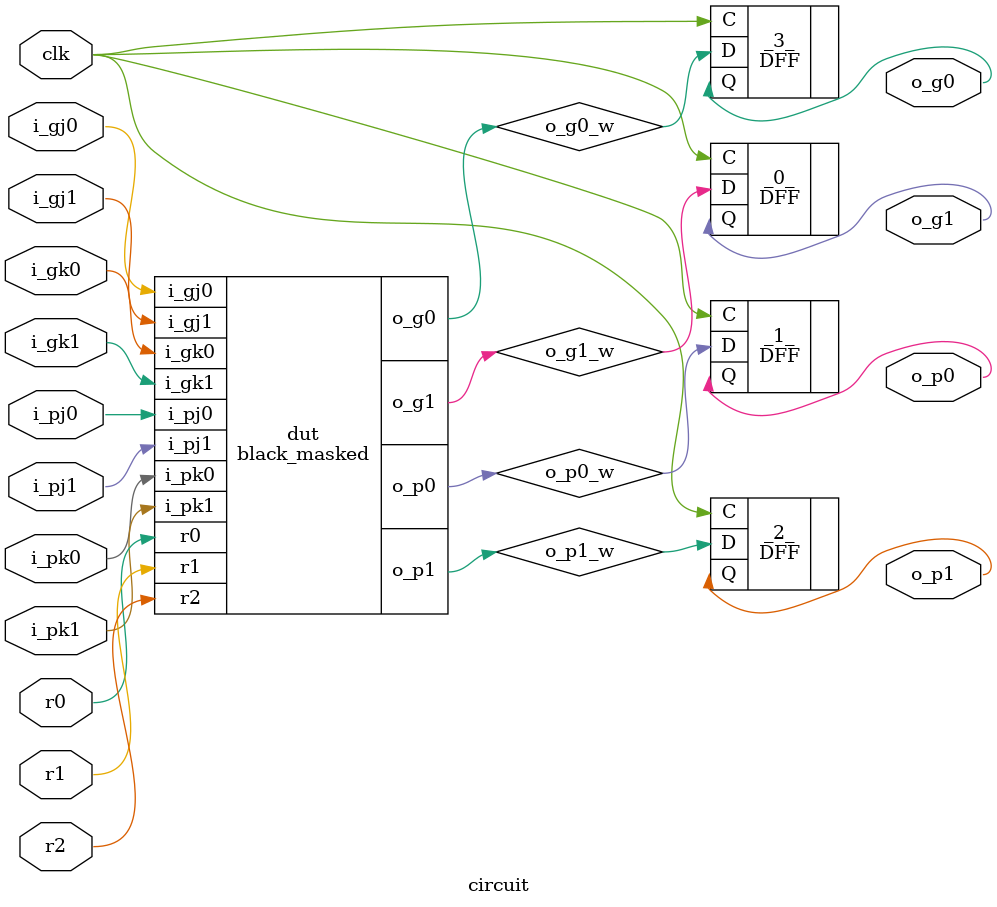
<source format=v>
/* Generated by Yosys 0.9 (git sha1 1979e0b) */

module black_masked(i_pj0, i_pj1, i_gj0, i_gj1, i_pk0, i_pk1, i_gk0, i_gk1, r0, r1, r2, o_g0, o_g1, o_p0, o_p1);
  wire _00_;
  wire _01_;
  wire _02_;
  wire _03_;
  wire _04_;
  wire _05_;
  wire _06_;
  wire _07_;
  input i_gj0;
  input i_gj1;
  input i_gk0;
  input i_gk1;
  input i_pj0;
  input i_pj1;
  input i_pk0;
  input i_pk1;
  output o_g0;
  output o_g1;
  output o_p0;
  output o_p1;
  wire p_out_0;
  wire p_out_1;
  input r0;
  input r1;
  input r2;
  wire t1_0;
  wire t1_1;
  wire t2_0;
  wire t2_1;
  wire w1_p00;
  wire w1_p01;
  wire w1_p10;
  wire w1_p11;
  wire w2_p00;
  wire w2_p01;
  wire w2_p10;
  wire w2_p11;
  wire w3_p00;
  wire w3_p01;
  wire w3_p10;
  wire w3_p11;
  assign w3_p10 = i_pk1 & i_pj0;
  assign w3_p11 = i_pk1 & i_pj1;
  assign _04_ = w3_p00 ^ w3_p01;
  assign o_p0 = _04_ ^ r2;
  assign _05_ = w3_p11 ^ w3_p10;
  assign o_p1 = _05_ ^ r2;
  assign _06_ = i_gk0 ^ t1_0;
  assign o_g0 = _06_ ^ t2_0;
  assign _07_ = i_gk1 ^ t1_1;
  assign o_g1 = _07_ ^ t2_1;
  assign w1_p00 = i_gj0 & i_pk0;
  assign w1_p01 = i_gj0 & i_pk1;
  assign w1_p10 = i_gj1 & i_pk0;
  assign w1_p11 = i_gj1 & i_pk1;
  assign _00_ = w1_p00 ^ w1_p01;
  assign t1_0 = _00_ ^ r0;
  assign _01_ = w1_p11 ^ w1_p10;
  assign t1_1 = _01_ ^ r0;
  assign w2_p00 = i_gk0 & t1_0;
  assign w2_p01 = i_gk0 & t1_1;
  assign w2_p10 = i_gk1 & t1_0;
  assign w2_p11 = i_gk1 & t1_1;
  assign _02_ = w2_p00 ^ w2_p01;
  assign t2_0 = _02_ ^ r1;
  assign _03_ = w2_p11 ^ w2_p10;
  assign t2_1 = _03_ ^ r1;
  assign w3_p00 = i_pk0 & i_pj0;
  assign w3_p01 = i_pk0 & i_pj1;
  assign p_out_0 = o_p0;
  assign p_out_1 = o_p1;
endmodule

module circuit(clk, i_pj0, i_pj1, i_gj0, i_gj1, i_pk0, i_pk1, i_gk0, i_gk1, r0, r1, r2, o_g0, o_g1, o_p0, o_p1);
  input clk;
  input i_gj0;
  input i_gj1;
  input i_gk0;
  input i_gk1;
  input i_pj0;
  input i_pj1;
  input i_pk0;
  input i_pk1;
  output o_g0;
  wire o_g0_w;
  output o_g1;
  wire o_g1_w;
  output o_p0;
  wire o_p0_w;
  output o_p1;
  wire o_p1_w;
  input r0;
  input r1;
  input r2;
  DFF _0_ (
    .C(clk),
    .D(o_g1_w),
    .Q(o_g1)
  );
  DFF _1_ (
    .C(clk),
    .D(o_p0_w),
    .Q(o_p0)
  );
  DFF _2_ (
    .C(clk),
    .D(o_p1_w),
    .Q(o_p1)
  );
  DFF _3_ (
    .C(clk),
    .D(o_g0_w),
    .Q(o_g0)
  );
  black_masked dut (
    .i_gj0(i_gj0),
    .i_gj1(i_gj1),
    .i_gk0(i_gk0),
    .i_gk1(i_gk1),
    .i_pj0(i_pj0),
    .i_pj1(i_pj1),
    .i_pk0(i_pk0),
    .i_pk1(i_pk1),
    .o_g0(o_g0_w),
    .o_g1(o_g1_w),
    .o_p0(o_p0_w),
    .o_p1(o_p1_w),
    .r0(r0),
    .r1(r1),
    .r2(r2)
  );
endmodule

</source>
